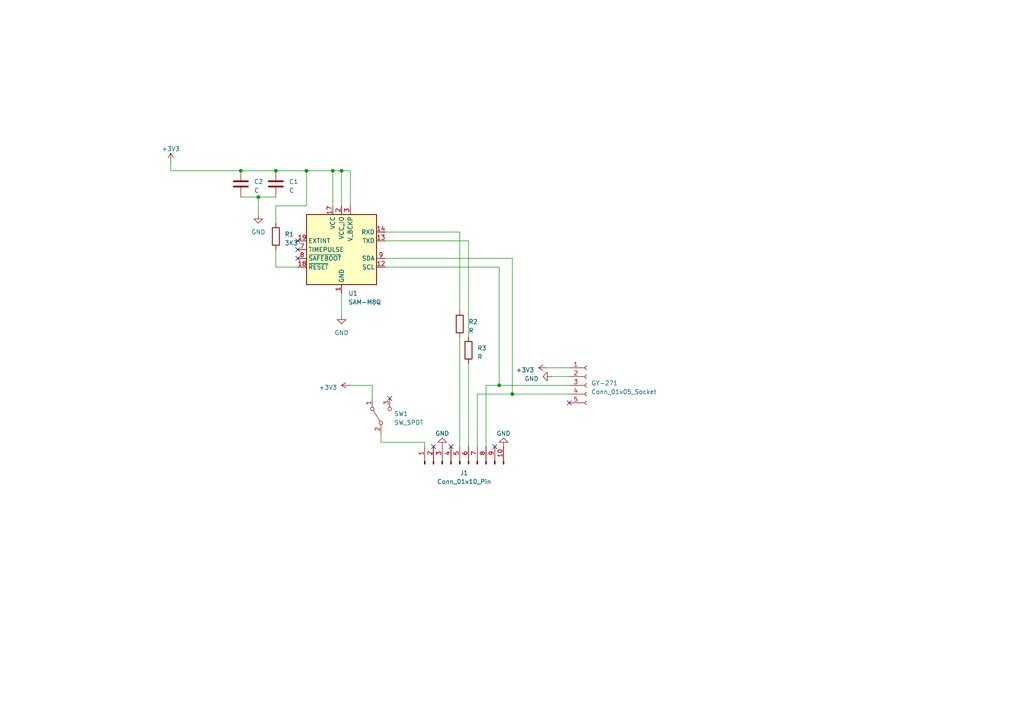
<source format=kicad_sch>
(kicad_sch (version 20230121) (generator eeschema)
  (paper "A4")
  (lib_symbols
    (symbol "Connector:Conn_01x05_Socket" (pin_names (offset 1.016) hide)
      (property "Reference" "J" (at 0 7.62 0))
      (property "Value" "Conn_01x05_Socket" (at 0 -7.62 0))
      (symbol "Conn_01x05_Socket_1_1"
        (arc (start 0 -4.572) (mid -0.5058 -5.08) (end 0 -5.588) (stroke (width 0.1524)))
        (arc (start 0 -2.032) (mid -0.5058 -2.54) (end 0 -3.048) (stroke (width 0.1524)))
        (polyline (pts (xy -1.27 -5.08) (xy -0.508 -5.08)) (stroke (width 0.1524)))
        (polyline (pts (xy -1.27 -2.54) (xy -0.508 -2.54)) (stroke (width 0.1524)))
        (polyline (pts (xy -1.27 0) (xy -0.508 0)) (stroke (width 0.1524)))
        (polyline (pts (xy -1.27 2.54) (xy -0.508 2.54)) (stroke (width 0.1524)))
        (polyline (pts (xy -1.27 5.08) (xy -0.508 5.08)) (stroke (width 0.1524)))
        (arc (start 0 0.508) (mid -0.5058 0) (end 0 -0.508) (stroke (width 0.1524)))
        (arc (start 0 3.048) (mid -0.5058 2.54) (end 0 2.032) (stroke (width 0.1524)))
        (arc (start 0 5.588) (mid -0.5058 5.08) (end 0 4.572) (stroke (width 0.1524)))
        (pin passive line (at -5.08 5.08 0) (length 3.81) (name "Pin_1") (number "1"))
        (pin passive line (at -5.08 2.54 0) (length 3.81) (name "Pin_2") (number "2"))
        (pin passive line (at -5.08 0 0) (length 3.81) (name "Pin_3") (number "3"))
        (pin passive line (at -5.08 -2.54 0) (length 3.81) (name "Pin_4") (number "4"))
        (pin passive line (at -5.08 -5.08 0) (length 3.81) (name "Pin_5") (number "5"))
      )
    )
    (symbol "Connector:Conn_01x10_Pin" (pin_names (offset 1.016) hide)
      (property "Reference" "J" (at 0 12.7 0))
      (property "Value" "Conn_01x10_Pin" (at 0 -15.24 0))
      (symbol "Conn_01x10_Pin_1_1"
        (polyline (pts (xy 1.27 -12.7) (xy 0.8636 -12.7)) (stroke (width 0.1524)))
        (polyline (pts (xy 1.27 -10.16) (xy 0.8636 -10.16)) (stroke (width 0.1524)))
        (polyline (pts (xy 1.27 -7.62) (xy 0.8636 -7.62)) (stroke (width 0.1524)))
        (polyline (pts (xy 1.27 -5.08) (xy 0.8636 -5.08)) (stroke (width 0.1524)))
        (polyline (pts (xy 1.27 -2.54) (xy 0.8636 -2.54)) (stroke (width 0.1524)))
        (polyline (pts (xy 1.27 0) (xy 0.8636 0)) (stroke (width 0.1524)))
        (polyline (pts (xy 1.27 2.54) (xy 0.8636 2.54)) (stroke (width 0.1524)))
        (polyline (pts (xy 1.27 5.08) (xy 0.8636 5.08)) (stroke (width 0.1524)))
        (polyline (pts (xy 1.27 7.62) (xy 0.8636 7.62)) (stroke (width 0.1524)))
        (polyline (pts (xy 1.27 10.16) (xy 0.8636 10.16)) (stroke (width 0.1524)))
        (rectangle (start 0.8636 -12.573) (end 0 -12.827) (stroke (width 0.1524)) (fill (type outline)))
        (rectangle (start 0.8636 -10.033) (end 0 -10.287) (stroke (width 0.1524)) (fill (type outline)))
        (rectangle (start 0.8636 -7.493) (end 0 -7.747) (stroke (width 0.1524)) (fill (type outline)))
        (rectangle (start 0.8636 -4.953) (end 0 -5.207) (stroke (width 0.1524)) (fill (type outline)))
        (rectangle (start 0.8636 -2.413) (end 0 -2.667) (stroke (width 0.1524)) (fill (type outline)))
        (rectangle (start 0.8636 0.127) (end 0 -0.127) (stroke (width 0.1524)) (fill (type outline)))
        (rectangle (start 0.8636 2.667) (end 0 2.413) (stroke (width 0.1524)) (fill (type outline)))
        (rectangle (start 0.8636 5.207) (end 0 4.953) (stroke (width 0.1524)) (fill (type outline)))
        (rectangle (start 0.8636 7.747) (end 0 7.493) (stroke (width 0.1524)) (fill (type outline)))
        (rectangle (start 0.8636 10.287) (end 0 10.033) (stroke (width 0.1524)) (fill (type outline)))
        (pin passive line (at 5.08 10.16 180) (length 3.81) (name "Pin_1") (number "1"))
        (pin passive line (at 5.08 -12.7 180) (length 3.81) (name "Pin_10") (number "10"))
        (pin passive line (at 5.08 7.62 180) (length 3.81) (name "Pin_2") (number "2"))
        (pin passive line (at 5.08 5.08 180) (length 3.81) (name "Pin_3") (number "3"))
        (pin passive line (at 5.08 2.54 180) (length 3.81) (name "Pin_4") (number "4"))
        (pin passive line (at 5.08 0 180) (length 3.81) (name "Pin_5") (number "5"))
        (pin passive line (at 5.08 -2.54 180) (length 3.81) (name "Pin_6") (number "6"))
        (pin passive line (at 5.08 -5.08 180) (length 3.81) (name "Pin_7") (number "7"))
        (pin passive line (at 5.08 -7.62 180) (length 3.81) (name "Pin_8") (number "8"))
        (pin passive line (at 5.08 -10.16 180) (length 3.81) (name "Pin_9") (number "9"))
      )
    )
    (symbol "Device:C" (pin_numbers hide) (pin_names (offset 0.254))
      (property "Reference" "C" (at 0.635 2.54 0))
      (property "Value" "C" (at 0.635 -2.54 0))
      (symbol "C_0_1"
        (polyline (pts (xy -2.032 -0.762) (xy 2.032 -0.762)) (stroke (width 0.508)))
        (polyline (pts (xy -2.032 0.762) (xy 2.032 0.762)) (stroke (width 0.508)))
      )
      (symbol "C_1_1"
        (pin passive line (at 0 3.81 270) (length 2.794) (name "~") (number "1"))
        (pin passive line (at 0 -3.81 90) (length 2.794) (name "~") (number "2"))
      )
    )
    (symbol "Device:R" (pin_numbers hide) (pin_names (offset 0))
      (property "Reference" "R" (at 2.032 0 90))
      (property "Value" "R" (at 0 0 90))
      (symbol "R_0_1"
        (rectangle (start -1.016 -2.54) (end 1.016 2.54) (stroke (width 0.254)))
      )
      (symbol "R_1_1"
        (pin passive line (at 0 3.81 270) (length 1.27) (name "~") (number "1"))
        (pin passive line (at 0 -3.81 90) (length 1.27) (name "~") (number "2"))
      )
    )
    (symbol "RF_GPS:SAM-M8Q"
      (property "Reference" "U" (at -8.89 11.43 0))
      (property "Value" "SAM-M8Q" (at 8.89 11.43 0))
      (symbol "SAM-M8Q_0_1"
        (rectangle (start -10.16 10.16) (end 10.16 -10.16) (stroke (width 0.254)) (fill (type background)))
      )
      (symbol "SAM-M8Q_1_1"
        (pin power_in line (at 0 -12.7 90) (length 2.54) (name "GND") (number "1"))
        (pin passive line (at 0 -12.7 90) (length 2.54) hide (name "GND") (number "10"))
        (pin passive line (at 0 -12.7 90) (length 2.54) hide (name "GND") (number "11"))
        (pin input line (at 12.7 -5.08 180) (length 2.54) (name "SCL") (number "12"))
        (pin output line (at 12.7 2.54 180) (length 2.54) (name "TXD") (number "13"))
        (pin input line (at 12.7 5.08 180) (length 2.54) (name "RXD") (number "14"))
        (pin passive line (at 0 -12.7 90) (length 2.54) hide (name "GND") (number "15"))
        (pin passive line (at 0 -12.7 90) (length 2.54) hide (name "GND") (number "16"))
        (pin power_in line (at -2.54 12.7 270) (length 2.54) (name "VCC") (number "17"))
        (pin input line (at -12.7 -5.08 0) (length 2.54) (name "~{RESET}") (number "18"))
        (pin input line (at -12.7 2.54 0) (length 2.54) (name "EXTINT") (number "19"))
        (pin power_in line (at 0 12.7 270) (length 2.54) (name "VCC_IO") (number "2"))
        (pin passive line (at 0 -12.7 90) (length 2.54) hide (name "GND") (number "20"))
        (pin power_in line (at 2.54 12.7 270) (length 2.54) (name "V_BCKP") (number "3"))
        (pin passive line (at 0 -12.7 90) (length 2.54) hide (name "GND") (number "4"))
        (pin passive line (at 0 -12.7 90) (length 2.54) hide (name "GND") (number "5"))
        (pin passive line (at 0 -12.7 90) (length 2.54) hide (name "GND") (number "6"))
        (pin output line (at -12.7 0 0) (length 2.54) (name "TIMEPULSE") (number "7"))
        (pin input line (at -12.7 -2.54 0) (length 2.54) (name "~{SAFEBOOT}") (number "8"))
        (pin bidirectional line (at 12.7 -2.54 180) (length 2.54) (name "SDA") (number "9"))
      )
    )
    (symbol "Switch:SW_SPDT" (pin_names (offset 0) hide)
      (property "Reference" "SW" (at 0 4.318 0))
      (property "Value" "SW_SPDT" (at 0 -5.08 0))
      (symbol "SW_SPDT_0_0"
        (circle (center -2.032 0) (radius 0.508))
        (circle (center 2.032 -2.54) (radius 0.508))
      )
      (symbol "SW_SPDT_0_1"
        (polyline (pts (xy -1.524 0.254) (xy 1.651 2.286)))
        (circle (center 2.032 2.54) (radius 0.508))
      )
      (symbol "SW_SPDT_1_1"
        (pin passive line (at 5.08 2.54 180) (length 2.54) (name "A") (number "1"))
        (pin passive line (at -5.08 0 0) (length 2.54) (name "B") (number "2"))
        (pin passive line (at 5.08 -2.54 180) (length 2.54) (name "C") (number "3"))
      )
    )
    (symbol "power:+3V3" (power) (pin_names (offset 0))
      (property "Value" "+3V3" (at 0 3.556 0))
      (symbol "+3V3_0_1"
        (polyline (pts (xy -0.762 1.27) (xy 0 2.54)))
        (polyline (pts (xy 0 0) (xy 0 2.54)))
        (polyline (pts (xy 0 2.54) (xy 0.762 1.27)))
      )
      (symbol "+3V3_1_1"
        (pin power_in line (at 0 0 90) (length 0) hide (name "+3V3") (number "1"))
      )
    )
    (symbol "power:GND" (power) (pin_names (offset 0))
      (property "Value" "GND" (at 0 -3.81 0))
      (symbol "GND_0_1"
        (polyline (pts (xy 0 0) (xy 0 -1.27) (xy 1.27 -1.27) (xy 0 -2.54) (xy -1.27 -1.27) (xy 0 -1.27)))
      )
      (symbol "GND_1_1"
        (pin power_in line (at 0 0 270) (length 0) hide (name "GND") (number "1"))
      )
    )
  )
  (junction (at 80.01 49.53))
  (junction (at 74.93 57.15))
  (junction (at 144.78 111.76))
  (junction (at 69.85 49.53))
  (junction (at 88.9 49.53))
  (junction (at 99.06 49.53))
  (junction (at 96.52 49.53))
  (junction (at 148.59 114.3))
  (no_connect (at 125.73 129.54))
  (no_connect (at 86.36 74.93))
  (no_connect (at 86.36 69.85))
  (no_connect (at 86.36 72.39))
  (no_connect (at 165.1 116.84))
  (no_connect (at 130.81 129.54))
  (no_connect (at 143.51 129.54))
  (no_connect (at 113.03 115.57))
  (wire (pts (xy 138.43 114.3) (xy 138.43 129.54)))
  (wire (pts (xy 148.59 114.3) (xy 148.59 74.93)))
  (wire (pts (xy 69.85 49.53) (xy 80.01 49.53)))
  (wire (pts (xy 88.9 49.53) (xy 80.01 49.53)))
  (wire (pts (xy 107.95 111.76) (xy 107.95 115.57)))
  (wire (pts (xy 69.85 57.15) (xy 74.93 57.15)))
  (wire (pts (xy 74.93 57.15) (xy 74.93 62.23)))
  (wire (pts (xy 148.59 114.3) (xy 138.43 114.3)))
  (wire (pts (xy 123.19 129.54) (xy 123.19 128.27)))
  (wire (pts (xy 140.97 129.54) (xy 140.97 111.76)))
  (wire (pts (xy 158.75 106.68) (xy 165.1 106.68)))
  (wire (pts (xy 123.19 128.27) (xy 110.49 128.27)))
  (wire (pts (xy 135.89 69.85) (xy 135.89 97.79)))
  (wire (pts (xy 99.06 59.69) (xy 99.06 49.53)))
  (wire (pts (xy 140.97 111.76) (xy 144.78 111.76)))
  (wire (pts (xy 101.6 111.76) (xy 107.95 111.76)))
  (wire (pts (xy 96.52 49.53) (xy 88.9 49.53)))
  (wire (pts (xy 144.78 77.47) (xy 144.78 111.76)))
  (wire (pts (xy 80.01 77.47) (xy 80.01 72.39)))
  (wire (pts (xy 133.35 97.79) (xy 133.35 129.54)))
  (wire (pts (xy 133.35 67.31) (xy 133.35 90.17)))
  (wire (pts (xy 49.53 46.99) (xy 49.53 49.53)))
  (wire (pts (xy 160.02 109.22) (xy 165.1 109.22)))
  (wire (pts (xy 110.49 128.27) (xy 110.49 125.73)))
  (wire (pts (xy 144.78 111.76) (xy 165.1 111.76)))
  (wire (pts (xy 80.01 64.77) (xy 80.01 59.69)))
  (wire (pts (xy 148.59 74.93) (xy 111.76 74.93)))
  (wire (pts (xy 165.1 114.3) (xy 148.59 114.3)))
  (wire (pts (xy 135.89 105.41) (xy 135.89 129.54)))
  (wire (pts (xy 74.93 57.15) (xy 80.01 57.15)))
  (wire (pts (xy 99.06 85.09) (xy 99.06 91.44)))
  (wire (pts (xy 111.76 67.31) (xy 133.35 67.31)))
  (wire (pts (xy 111.76 69.85) (xy 135.89 69.85)))
  (wire (pts (xy 49.53 49.53) (xy 69.85 49.53)))
  (wire (pts (xy 96.52 49.53) (xy 96.52 59.69)))
  (wire (pts (xy 88.9 59.69) (xy 88.9 49.53)))
  (wire (pts (xy 111.76 77.47) (xy 144.78 77.47)))
  (wire (pts (xy 80.01 59.69) (xy 88.9 59.69)))
  (wire (pts (xy 99.06 49.53) (xy 96.52 49.53)))
  (wire (pts (xy 101.6 49.53) (xy 99.06 49.53)))
  (wire (pts (xy 86.36 77.47) (xy 80.01 77.47)))
  (wire (pts (xy 101.6 59.69) (xy 101.6 49.53)))
  (symbol (lib_id "Switch:SW_SPDT") (at 110.49 120.65 90) (unit 1)
    (property "Reference" "SW1" (at 114.3 120.015 90) (effects (justify right)))
    (property "Value" "SW_SPDT" (at 114.3 122.555 90) (effects (justify right)))
    (property "Footprint" "Button_Switch_SMD:SW_SPDT_PCM12" (effects hide))
  )
  (symbol (lib_id "power:+3V3") (at 101.6 111.76 90) (unit 1)
    (property "Reference" "#PWR01" (effects hide))
    (property "Value" "+3V3" (at 97.79 112.395 90) (effects (justify left)))
  )
  (symbol (lib_id "power:GND") (at 99.06 91.44 0) (unit 1)
    (property "Reference" "#PWR08" (effects hide))
    (property "Value" "GND" (at 99.06 96.52 0))
  )
  (symbol (lib_id "power:+3V3") (at 158.75 106.68 90) (unit 1)
    (property "Reference" "#PWR04" (effects hide))
    (property "Value" "+3V3" (at 154.94 107.315 90) (effects (justify left)))
  )
  (symbol (lib_id "power:+3V3") (at 49.53 46.99 0) (unit 1)
    (property "Reference" "#PWR06" (effects hide))
    (property "Value" "+3V3" (at 49.53 43.18 0))
  )
  (symbol (lib_id "power:GND") (at 160.02 109.22 270) (unit 1)
    (property "Reference" "#PWR05" (effects hide))
    (property "Value" "GND" (at 156.21 109.855 90) (effects (justify right)))
  )
  (symbol (lib_id "Device:C") (at 69.85 53.34 0) (unit 1)
    (property "Reference" "C2" (at 73.66 52.705 0) (effects (justify left)))
    (property "Value" "C" (at 73.66 55.245 0) (effects (justify left)))
    (property "Footprint" "Capacitor_SMD:C_0805_2012Metric_Pad1.18x1.45mm_HandSolder" (effects hide))
  )
  (symbol (lib_id "power:GND") (at 74.93 62.23 0) (unit 1)
    (property "Reference" "#PWR07" (effects hide))
    (property "Value" "GND" (at 74.93 67.31 0))
  )
  (symbol (lib_id "RF_GPS:SAM-M8Q") (at 99.06 72.39 0) (unit 1)
    (property "Reference" "U1" (at 101.0159 85.09 0) (effects (justify left)))
    (property "Value" "SAM-M8Q" (at 101.0159 87.63 0) (effects (justify left)))
    (property "Footprint" "RF_GPS:ublox_SAM-M8Q" (effects hide))
    (property "Datasheet" "https://www.u-blox.com/sites/default/files/SAM-M8Q_DataSheet_%28UBX-16012619%29.pdf" (effects hide))
  )
  (symbol (lib_id "power:GND") (at 146.05 129.54 180) (unit 1)
    (property "Reference" "#PWR03" (effects hide))
    (property "Value" "GND" (at 146.05 125.73 0))
  )
  (symbol (lib_id "Device:R") (at 80.01 68.58 0) (unit 1)
    (property "Reference" "R1" (at 82.55 67.945 0) (effects (justify left)))
    (property "Value" "3K3" (at 82.55 70.485 0) (effects (justify left)))
    (property "Footprint" "Resistor_SMD:R_0603_1608Metric_Pad0.98x0.95mm_HandSolder" (effects hide))
  )
  (symbol (lib_id "Device:R") (at 135.89 101.6 0) (unit 1)
    (property "Reference" "R3" (at 138.43 100.965 0) (effects (justify left)))
    (property "Value" "R" (at 138.43 103.505 0) (effects (justify left)))
    (property "Footprint" "Resistor_SMD:R_0603_1608Metric_Pad0.98x0.95mm_HandSolder" (effects hide))
  )
  (symbol (lib_id "Device:C") (at 80.01 53.34 0) (unit 1)
    (property "Reference" "C1" (at 83.82 52.705 0) (effects (justify left)))
    (property "Value" "C" (at 83.82 55.245 0) (effects (justify left)))
    (property "Footprint" "Capacitor_SMD:C_0805_2012Metric_Pad1.18x1.45mm_HandSolder" (effects hide))
  )
  (symbol (lib_id "Device:R") (at 133.35 93.98 0) (unit 1)
    (property "Reference" "R2" (at 135.89 93.345 0) (effects (justify left)))
    (property "Value" "R" (at 135.89 95.885 0) (effects (justify left)))
    (property "Footprint" "Resistor_SMD:R_0603_1608Metric_Pad0.98x0.95mm_HandSolder" (effects hide))
  )
  (symbol (lib_id "Connector:Conn_01x10_Pin") (at 133.35 134.62 90) (unit 1)
    (property "Reference" "J1" (at 134.62 137.16 90))
    (property "Value" "Conn_01x10_Pin" (at 134.62 139.7 90))
    (property "Footprint" "Connector_PinHeader_2.54mm:PinHeader_1x10_P2.54mm_Vertical" (effects hide))
  )
  (symbol (lib_id "power:GND") (at 128.27 129.54 180) (unit 1)
    (property "Reference" "#PWR02" (effects hide))
    (property "Value" "GND" (at 128.27 125.73 0))
  )
  (symbol (lib_id "Connector:Conn_01x05_Socket") (at 170.18 111.76 0) (unit 1)
    (property "Reference" "GY-271" (at 171.45 111.125 0) (effects (justify left)))
    (property "Value" "Conn_01x05_Socket" (at 171.45 113.665 0) (effects (justify left)))
    (property "Footprint" "mia_libreria:GY-271" (effects hide))
  )
)
</source>
